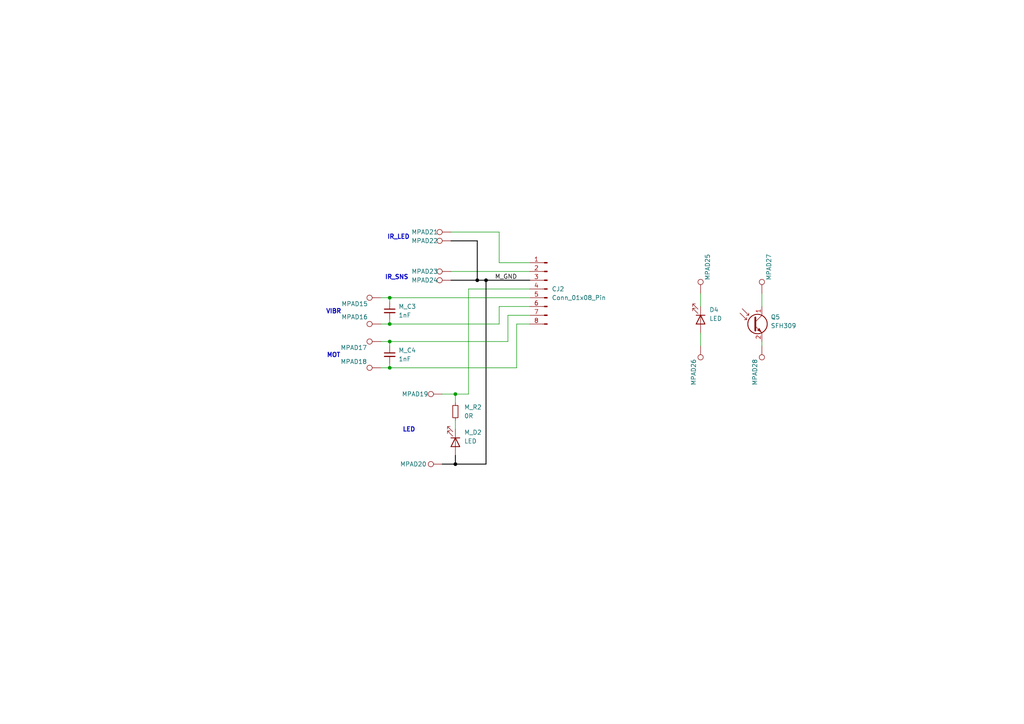
<source format=kicad_sch>
(kicad_sch (version 20231120) (generator "eeschema") (generator_version "8.0")
  (paper "A4")
  (title_block (title "Pill Dispenser") (date "21/07/2025") (rev "0.1") (company "Pawel Toborek"))
  (lib_symbols
    (symbol "Connector:Conn_01x08_Pin" (pin_names (offset 1.016) hide)
      (property "Reference" "J" (at 0 10.16 0))
      (property "Value" "Conn_01x08_Pin" (at 0 -12.7 0))
      (symbol "Conn_01x08_Pin_1_1"
        (polyline (pts (xy 1.27 -10.16) (xy 0.8636 -10.16)) (stroke (width 0.1524)))
        (polyline (pts (xy 1.27 -7.62) (xy 0.8636 -7.62)) (stroke (width 0.1524)))
        (polyline (pts (xy 1.27 -5.08) (xy 0.8636 -5.08)) (stroke (width 0.1524)))
        (polyline (pts (xy 1.27 -2.54) (xy 0.8636 -2.54)) (stroke (width 0.1524)))
        (polyline (pts (xy 1.27 0) (xy 0.8636 0)) (stroke (width 0.1524)))
        (polyline (pts (xy 1.27 2.54) (xy 0.8636 2.54)) (stroke (width 0.1524)))
        (polyline (pts (xy 1.27 5.08) (xy 0.8636 5.08)) (stroke (width 0.1524)))
        (polyline (pts (xy 1.27 7.62) (xy 0.8636 7.62)) (stroke (width 0.1524)))
        (rectangle (start 0.8636 -10.033) (end 0 -10.287) (stroke (width 0.1524)) (fill (type outline)))
        (rectangle (start 0.8636 -7.493) (end 0 -7.747) (stroke (width 0.1524)) (fill (type outline)))
        (rectangle (start 0.8636 -4.953) (end 0 -5.207) (stroke (width 0.1524)) (fill (type outline)))
        (rectangle (start 0.8636 -2.413) (end 0 -2.667) (stroke (width 0.1524)) (fill (type outline)))
        (rectangle (start 0.8636 0.127) (end 0 -0.127) (stroke (width 0.1524)) (fill (type outline)))
        (rectangle (start 0.8636 2.667) (end 0 2.413) (stroke (width 0.1524)) (fill (type outline)))
        (rectangle (start 0.8636 5.207) (end 0 4.953) (stroke (width 0.1524)) (fill (type outline)))
        (rectangle (start 0.8636 7.747) (end 0 7.493) (stroke (width 0.1524)) (fill (type outline)))
        (pin passive line (at 5.08 7.62 180) (length 3.81) (name "Pin_1") (number "1"))
        (pin passive line (at 5.08 5.08 180) (length 3.81) (name "Pin_2") (number "2"))
        (pin passive line (at 5.08 2.54 180) (length 3.81) (name "Pin_3") (number "3"))
        (pin passive line (at 5.08 0 180) (length 3.81) (name "Pin_4") (number "4"))
        (pin passive line (at 5.08 -2.54 180) (length 3.81) (name "Pin_5") (number "5"))
        (pin passive line (at 5.08 -5.08 180) (length 3.81) (name "Pin_6") (number "6"))
        (pin passive line (at 5.08 -7.62 180) (length 3.81) (name "Pin_7") (number "7"))
        (pin passive line (at 5.08 -10.16 180) (length 3.81) (name "Pin_8") (number "8"))
      )
    )
    (symbol "Connector:TestPoint" (pin_numbers hide) (pin_names (offset 0.762) hide)
      (property "Reference" "TP" (at 0 6.858 0))
      (property "Value" "TestPoint" (at 0 5.08 0))
      (symbol "TestPoint_0_1"
        (circle (center 0 3.302) (radius 0.762))
      )
      (symbol "TestPoint_1_1"
        (pin passive line (at 0 0 90) (length 2.54) (name "1") (number "1"))
      )
    )
    (symbol "Device:C_Small" (pin_numbers hide) (pin_names (offset 0.254) hide)
      (property "Reference" "C" (at 0.254 1.778 0))
      (property "Value" "C_Small" (at 0.254 -2.032 0))
      (symbol "C_Small_0_1"
        (polyline (pts (xy -1.524 -0.508) (xy 1.524 -0.508)) (stroke (width 0.3302)))
        (polyline (pts (xy -1.524 0.508) (xy 1.524 0.508)) (stroke (width 0.3048)))
      )
      (symbol "C_Small_1_1"
        (pin passive line (at 0 2.54 270) (length 2.032) (name "~") (number "1"))
        (pin passive line (at 0 -2.54 90) (length 2.032) (name "~") (number "2"))
      )
    )
    (symbol "Device:LED" (pin_numbers hide) (pin_names (offset 1.016) hide)
      (property "Reference" "D" (at 0 2.54 0))
      (property "Value" "LED" (at 0 -2.54 0))
      (symbol "LED_0_1"
        (polyline (pts (xy -1.27 -1.27) (xy -1.27 1.27)) (stroke (width 0.254)))
        (polyline (pts (xy -1.27 0) (xy 1.27 0)))
        (polyline (pts (xy 1.27 -1.27) (xy 1.27 1.27) (xy -1.27 0) (xy 1.27 -1.27)) (stroke (width 0.254)))
        (polyline (pts (xy -3.048 -0.762) (xy -4.572 -2.286) (xy -3.81 -2.286) (xy -4.572 -2.286) (xy -4.572 -1.524)))
        (polyline (pts (xy -1.778 -0.762) (xy -3.302 -2.286) (xy -2.54 -2.286) (xy -3.302 -2.286) (xy -3.302 -1.524)))
      )
      (symbol "LED_1_1"
        (pin passive line (at -3.81 0 0) (length 2.54) (name "K") (number "1"))
        (pin passive line (at 3.81 0 180) (length 2.54) (name "A") (number "2"))
      )
    )
    (symbol "Device:R_Small" (pin_numbers hide) (pin_names (offset 0.254) hide)
      (property "Reference" "R" (at 0.762 0.508 0))
      (property "Value" "R_Small" (at 0.762 -1.016 0))
      (symbol "R_Small_0_1"
        (rectangle (start -0.762 1.778) (end 0.762 -1.778) (stroke (width 0.2032)))
      )
      (symbol "R_Small_1_1"
        (pin passive line (at 0 2.54 270) (length 0.762) (name "~") (number "1"))
        (pin passive line (at 0 -2.54 90) (length 0.762) (name "~") (number "2"))
      )
    )
    (symbol "Sensor_Optical:SFH309" (pin_names (offset 0) hide)
      (property "Reference" "Q" (at 5.08 1.27 0))
      (property "Value" "SFH309" (at 5.08 -1.27 0))
      (symbol "SFH309_0_1"
        (polyline (pts (xy -1.905 1.27) (xy -2.54 1.27)))
        (polyline (pts (xy -1.27 2.54) (xy -1.905 2.54)))
        (polyline (pts (xy 0.635 0.635) (xy 2.54 2.54)))
        (polyline (pts (xy -3.81 3.175) (xy -1.905 1.27) (xy -1.905 1.905)))
        (polyline (pts (xy -3.175 4.445) (xy -1.27 2.54) (xy -1.27 3.175)))
        (polyline (pts (xy 0.635 -0.635) (xy 2.54 -2.54) (xy 2.54 -2.54)))
        (polyline (pts (xy 0.635 1.905) (xy 0.635 -1.905) (xy 0.635 -1.905)) (stroke (width 0.508)))
        (polyline (pts (xy 1.27 -1.778) (xy 1.778 -1.27) (xy 2.286 -2.286) (xy 1.27 -1.778) (xy 1.27 -1.778)) (fill (type outline)))
        (circle (center 1.27 0) (radius 2.8194) (stroke (width 0.254)))
      )
      (symbol "SFH309_1_1"
        (pin passive line (at 2.54 5.08 270) (length 2.54) (name "C") (number "1"))
        (pin passive line (at 2.54 -5.08 90) (length 2.54) (name "E") (number "2"))
      )
    )
    (symbol "TestPoint_1" (pin_numbers hide) (pin_names (offset 0.762) hide)
      (property "Reference" "TP" (at 0 6.858 0))
      (property "Value" "TestPoint" (at 0 5.08 0))
      (symbol "TestPoint_1_0_1"
        (circle (center 0 3.302) (radius 0.762))
      )
      (symbol "TestPoint_1_1_1"
        (pin passive line (at 0 0 90) (length 2.54) (name "1") (number "1"))
      )
    )
  )
  (junction (at 138.43 81.28) (color 0 0 0 1))
  (junction (at 113.03 106.68))
  (junction (at 140.97 81.28) (color 0 0 0 1))
  (junction (at 113.03 86.36))
  (junction (at 113.03 99.06))
  (junction (at 113.03 93.98))
  (junction (at 132.08 114.3))
  (junction (at 132.08 134.62) (color 0 0 0 1))
  (wire (pts (xy 132.08 121.92) (xy 132.08 124.46)))
  (wire (pts (xy 110.49 86.36) (xy 113.03 86.36)))
  (wire (pts (xy 135.89 83.82) (xy 135.89 114.3)))
  (wire (pts (xy 113.03 106.68) (xy 113.03 105.41)))
  (wire (pts (xy 153.67 81.28) (xy 140.97 81.28)) (stroke (width 0.254) (color 0 0 0 1)))
  (wire (pts (xy 132.08 114.3) (xy 128.27 114.3)))
  (wire (pts (xy 113.03 86.36) (xy 153.67 86.36)))
  (wire (pts (xy 130.81 81.28) (xy 138.43 81.28)) (stroke (width 0.254) (color 0 0 0 1)))
  (wire (pts (xy 144.78 67.31) (xy 130.81 67.31)))
  (wire (pts (xy 113.03 99.06) (xy 147.32 99.06)))
  (wire (pts (xy 110.49 99.06) (xy 113.03 99.06)))
  (wire (pts (xy 147.32 91.44) (xy 153.67 91.44)))
  (wire (pts (xy 135.89 114.3) (xy 132.08 114.3)))
  (wire (pts (xy 113.03 106.68) (xy 149.86 106.68)))
  (wire (pts (xy 128.27 134.62) (xy 132.08 134.62)) (stroke (width 0.254) (color 0 0 0 1)))
  (wire (pts (xy 113.03 99.06) (xy 113.03 100.33)))
  (wire (pts (xy 130.81 78.74) (xy 153.67 78.74)))
  (wire (pts (xy 144.78 76.2) (xy 144.78 67.31)))
  (wire (pts (xy 149.86 93.98) (xy 149.86 106.68)))
  (wire (pts (xy 138.43 81.28) (xy 140.97 81.28)) (stroke (width 0.254) (color 0 0 0 1)))
  (wire (pts (xy 138.43 69.85) (xy 138.43 81.28)) (stroke (width 0.254) (color 0 0 0 1)))
  (wire (pts (xy 132.08 134.62) (xy 132.08 132.08)) (stroke (width 0.254) (color 0 0 0 1)))
  (wire (pts (xy 203.2 85.09) (xy 203.2 88.9)))
  (wire (pts (xy 140.97 134.62) (xy 140.97 81.28)) (stroke (width 0.254) (color 0 0 0 1)))
  (wire (pts (xy 144.78 88.9) (xy 144.78 93.98)))
  (wire (pts (xy 147.32 99.06) (xy 147.32 91.44)))
  (wire (pts (xy 113.03 93.98) (xy 113.03 92.71)))
  (wire (pts (xy 220.98 85.09) (xy 220.98 88.9)))
  (wire (pts (xy 110.49 106.68) (xy 113.03 106.68)))
  (wire (pts (xy 132.08 114.3) (xy 132.08 116.84)))
  (wire (pts (xy 220.98 100.33) (xy 220.98 99.06)))
  (wire (pts (xy 113.03 93.98) (xy 144.78 93.98)))
  (wire (pts (xy 153.67 76.2) (xy 144.78 76.2)))
  (wire (pts (xy 153.67 83.82) (xy 135.89 83.82)))
  (wire (pts (xy 203.2 100.33) (xy 203.2 96.52)))
  (wire (pts (xy 138.43 69.85) (xy 130.81 69.85)) (stroke (width 0.254) (color 0 0 0 1)))
  (wire (pts (xy 110.49 93.98) (xy 113.03 93.98)))
  (wire (pts (xy 149.86 93.98) (xy 153.67 93.98)))
  (wire (pts (xy 153.67 88.9) (xy 144.78 88.9)))
  (wire (pts (xy 113.03 86.36) (xy 113.03 87.63)))
  (wire (pts (xy 132.08 134.62) (xy 140.97 134.62)) (stroke (width 0.254) (color 0 0 0 1)))
  (text "IR_SNS" (at 115.062 80.518 0) (effects (font (size 1.27 1.27) (thickness 0.254) (bold yes))))
  (text "IR_LED" (at 115.57 68.834 0) (effects (font (size 1.27 1.27) (thickness 0.254) (bold yes))))
  (text "VIBR" (at 96.774 90.424 0) (effects (font (size 1.27 1.27) (thickness 0.254) (bold yes))))
  (text "LED" (at 118.618 124.714 0) (effects (font (size 1.27 1.27) (thickness 0.254) (bold yes))))
  (text "MOT" (at 96.774 103.124 0) (effects (font (size 1.27 1.27) (thickness 0.254) (bold yes))))
  (label "M_GND" (at 143.51 81.28 0))
  (symbol (lib_id "Connector:TestPoint") (at 130.81 78.74 90) (unit 1)
    (property "Reference" "MPAD23" (at 123.19 78.74 90))
    (property "Value" "TestPoint" (effects (hide yes)))
    (property "Footprint" "MyLib:TestPoint_Pad_D1.5mm_3D_Model" (effects (hide yes)))
    (property "Description" "test point" (effects (hide yes)))
    (instances (project "PillDispenser" (path "" (reference "MPAD23") (unit 1)) (path "" (reference "MPAD51") (unit 1)) (path "" (reference "MPAD37") (unit 1)) (path "" (reference "MPAD9") (unit 1))))
  )
  (symbol (lib_id "Device:LED") (at 132.08 128.27 270) (unit 1)
    (property "Reference" "M_D2" (at 134.62 125.4124 90) (effects (justify left)))
    (property "Value" "LED" (at 134.62 127.9524 90) (effects (justify left)))
    (property "Footprint" "LED_SMD:LED_0805_2012Metric_Pad1.15x1.40mm_HandSolder" (effects (hide yes)))
    (property "Description" "Light emitting diode" (effects (hide yes)))
    (instances (project "PillDispenser" (path "" (reference "M_D2") (unit 1)) (path "" (reference "M_D4") (unit 1)) (path "" (reference "M_D3") (unit 1)) (path "" (reference "M_D1") (unit 1))))
  )
  (symbol (lib_id "Connector:TestPoint") (at 128.27 114.3 90) (unit 1)
    (property "Reference" "MPAD19" (at 120.396 114.3 90))
    (property "Value" "TestPoint" (effects (hide yes)))
    (property "Footprint" "MyLib:TestPoint_Pad_D1.5mm_3D_Model" (effects (hide yes)))
    (property "Description" "test point" (effects (hide yes)))
    (instances (project "PillDispenser" (path "" (reference "MPAD19") (unit 1)) (path "" (reference "MPAD47") (unit 1)) (path "" (reference "MPAD33") (unit 1)) (path "" (reference "MPAD5") (unit 1))))
  )
  (symbol (lib_id "Device:R_Small") (at 132.08 119.38 0) (unit 1)
    (property "Reference" "M_R2" (at 134.62 118.1099 0) (effects (justify left)))
    (property "Value" "0R" (at 134.62 120.6499 0) (effects (justify left)))
    (property "Footprint" "Resistor_SMD:R_0603_1608Metric_Pad0.98x0.95mm_HandSolder" (effects (hide yes)))
    (property "Description" "Resistor, small symbol" (effects (hide yes)))
    (instances (project "PillDispenser" (path "" (reference "M_R2") (unit 1)) (path "" (reference "M_R4") (unit 1)) (path "" (reference "M_R3") (unit 1)) (path "" (reference "M_R1") (unit 1))))
  )
  (symbol (lib_name "TestPoint_1") (lib_id "Connector:TestPoint") (at 110.49 86.36 90) (unit 1)
    (property "Reference" "MPAD15" (at 102.87 88.138 90))
    (property "Value" "TestPoint" (effects (hide yes)))
    (property "Footprint" "MyLib:TestPoint_Pad_D1.5mm_3D_Model" (effects (hide yes)))
    (property "Description" "test point" (effects (hide yes)))
    (instances (project "PillDispenser" (path "" (reference "MPAD15") (unit 1)) (path "" (reference "MPAD43") (unit 1)) (path "" (reference "MPAD29") (unit 1)) (path "" (reference "MPAD1") (unit 1))))
  )
  (symbol (lib_id "Device:C_Small") (at 113.03 102.87 0) (unit 1)
    (property "Reference" "M_C4" (at 115.57 101.6062 0) (effects (justify left)))
    (property "Value" "1nF" (at 115.57 104.1462 0) (effects (justify left)))
    (property "Footprint" "Capacitor_SMD:C_0805_2012Metric_Pad1.18x1.45mm_HandSolder" (effects (hide yes)))
    (property "Description" "Unpolarized capacitor, small symbol" (effects (hide yes)))
    (instances (project "PillDispenser" (path "" (reference "M_C4") (unit 1)) (path "" (reference "M_C8") (unit 1)) (path "" (reference "M_C6") (unit 1)) (path "" (reference "M_C2") (unit 1))))
  )
  (symbol (lib_id "Connector:TestPoint") (at 110.49 99.06 90) (unit 1)
    (property "Reference" "MPAD17" (at 102.616 100.838 90))
    (property "Value" "TestPoint" (effects (hide yes)))
    (property "Footprint" "MyLib:TestPoint_Pad_D1.5mm_3D_Model" (effects (hide yes)))
    (property "Description" "test point" (effects (hide yes)))
    (instances (project "PillDispenser" (path "" (reference "MPAD17") (unit 1)) (path "" (reference "MPAD45") (unit 1)) (path "" (reference "MPAD31") (unit 1)) (path "" (reference "MPAD3") (unit 1))))
  )
  (symbol (lib_id "Connector:TestPoint") (at 110.49 106.68 90) (unit 1)
    (property "Reference" "MPAD18" (at 102.616 104.902 90))
    (property "Value" "TestPoint" (effects (hide yes)))
    (property "Footprint" "MyLib:TestPoint_Pad_D1.5mm_3D_Model" (effects (hide yes)))
    (property "Description" "test point" (effects (hide yes)))
    (instances (project "PillDispenser" (path "" (reference "MPAD18") (unit 1)) (path "" (reference "MPAD46") (unit 1)) (path "" (reference "MPAD32") (unit 1)) (path "" (reference "MPAD4") (unit 1))))
  )
  (symbol (lib_id "Sensor_Optical:SFH309") (at 218.44 93.98 0) (unit 1)
    (property "Reference" "Q5" (at 223.52 91.9606 0) (effects (justify left)))
    (property "Value" "SFH309" (at 223.52 94.5006 0) (effects (justify left)))
    (property "Footprint" "LED_THT:LED_D3.0mm_Clear" (effects (hide yes)))
    (property "Datasheet" "http://www.osram-os.com/Graphics/XPic2/00101811_0.pdf/SFH%20309,%20SFH%20309%20FA,%20Lead%20(Pb)%20Free%20Product%20-%20RoHS%20Compliant.pdf" (effects (hide yes)))
    (property "Description" "Phototransistor NPN" (effects (hide yes)))
    (instances (project "" (path "" (reference "Q5") (unit 1)) (path "" (reference "Q7") (unit 1)) (path "" (reference "Q6") (unit 1)) (path "" (reference "Q4") (unit 1))))
  )
  (symbol (lib_id "Connector:TestPoint") (at 110.49 93.98 90) (unit 1)
    (property "Reference" "MPAD16" (at 102.87 91.948 90))
    (property "Value" "TestPoint" (effects (hide yes)))
    (property "Footprint" "MyLib:TestPoint_Pad_D1.5mm_3D_Model" (effects (hide yes)))
    (property "Description" "test point" (effects (hide yes)))
    (instances (project "PillDispenser" (path "" (reference "MPAD16") (unit 1)) (path "" (reference "MPAD44") (unit 1)) (path "" (reference "MPAD30") (unit 1)) (path "" (reference "MPAD2") (unit 1))))
  )
  (symbol (lib_id "Connector:TestPoint") (at 203.2 100.33 180) (unit 1)
    (property "Reference" "MPAD26" (at 201.168 107.95 90))
    (property "Value" "TestPoint" (effects (hide yes)))
    (property "Footprint" "MyLib:TestPoint_Pad_D1.5mm_3D_Model" (effects (hide yes)))
    (property "Description" "test point" (effects (hide yes)))
    (instances (project "PillDispenser" (path "" (reference "MPAD26") (unit 1)) (path "" (reference "MPAD54") (unit 1)) (path "" (reference "MPAD40") (unit 1)) (path "" (reference "MPAD12") (unit 1))))
  )
  (symbol (lib_id "Connector:TestPoint") (at 130.81 69.85 90) (unit 1)
    (property "Reference" "MPAD22" (at 123.19 69.85 90))
    (property "Value" "TestPoint" (effects (hide yes)))
    (property "Footprint" "MyLib:TestPoint_Pad_D1.5mm_3D_Model" (effects (hide yes)))
    (property "Description" "test point" (effects (hide yes)))
    (instances (project "PillDispenser" (path "" (reference "MPAD22") (unit 1)) (path "" (reference "MPAD50") (unit 1)) (path "" (reference "MPAD36") (unit 1)) (path "" (reference "MPAD8") (unit 1))))
  )
  (symbol (lib_id "Connector:TestPoint") (at 220.98 85.09 0) (unit 1)
    (property "Reference" "MPAD27" (at 223.012 77.47 90))
    (property "Value" "TestPoint" (effects (hide yes)))
    (property "Footprint" "MyLib:TestPoint_Pad_D1.5mm_3D_Model" (effects (hide yes)))
    (property "Description" "test point" (effects (hide yes)))
    (instances (project "PillDispenser" (path "" (reference "MPAD27") (unit 1)) (path "" (reference "MPAD55") (unit 1)) (path "" (reference "MPAD41") (unit 1)) (path "" (reference "MPAD13") (unit 1))))
  )
  (symbol (lib_id "Connector:Conn_01x08_Pin") (at 158.75 83.82 0) (mirror y) (unit 1)
    (property "Reference" "CJ2" (at 160.02 83.8199 0) (effects (justify right)))
    (property "Value" "Conn_01x08_Pin" (at 160.02 86.3599 0) (effects (justify right)))
    (property "Footprint" "Connector_PinHeader_1.27mm:PinHeader_1x08_P1.27mm_Horizontal" (effects (hide yes)))
    (property "Description" "Generic connector, single row, 01x08, script generated" (effects (hide yes)))
    (instances (project "PillDispenser" (path "" (reference "CJ2") (unit 1)) (path "" (reference "CJ4") (unit 1)) (path "" (reference "CJ3") (unit 1)) (path "" (reference "CJ1") (unit 1))))
  )
  (symbol (lib_name "TestPoint_1") (lib_id "Connector:TestPoint") (at 130.81 67.31 90) (unit 1)
    (property "Reference" "MPAD21" (at 123.19 67.31 90))
    (property "Value" "TestPoint" (effects (hide yes)))
    (property "Footprint" "MyLib:TestPoint_Pad_D1.5mm_3D_Model" (effects (hide yes)))
    (property "Description" "test point" (effects (hide yes)))
    (instances (project "PillDispenser" (path "" (reference "MPAD21") (unit 1)) (path "" (reference "MPAD49") (unit 1)) (path "" (reference "MPAD35") (unit 1)) (path "" (reference "MPAD7") (unit 1))))
  )
  (symbol (lib_id "Connector:TestPoint") (at 203.2 85.09 0) (unit 1)
    (property "Reference" "MPAD25" (at 205.232 77.47 90))
    (property "Value" "TestPoint" (effects (hide yes)))
    (property "Footprint" "MyLib:TestPoint_Pad_D1.5mm_3D_Model" (effects (hide yes)))
    (property "Description" "test point" (effects (hide yes)))
    (instances (project "PillDispenser" (path "" (reference "MPAD25") (unit 1)) (path "" (reference "MPAD53") (unit 1)) (path "" (reference "MPAD39") (unit 1)) (path "" (reference "MPAD11") (unit 1))))
  )
  (symbol (lib_id "Connector:TestPoint") (at 130.81 81.28 90) (unit 1)
    (property "Reference" "MPAD24" (at 123.19 81.28 90))
    (property "Value" "TestPoint" (effects (hide yes)))
    (property "Footprint" "MyLib:TestPoint_Pad_D1.5mm_3D_Model" (effects (hide yes)))
    (property "Description" "test point" (effects (hide yes)))
    (instances (project "PillDispenser" (path "" (reference "MPAD24") (unit 1)) (path "" (reference "MPAD52") (unit 1)) (path "" (reference "MPAD38") (unit 1)) (path "" (reference "MPAD10") (unit 1))))
  )
  (symbol (lib_id "Connector:TestPoint") (at 220.98 100.33 180) (unit 1)
    (property "Reference" "MPAD28" (at 218.948 107.95 90))
    (property "Value" "TestPoint" (effects (hide yes)))
    (property "Footprint" "MyLib:TestPoint_Pad_D1.5mm_3D_Model" (effects (hide yes)))
    (property "Description" "test point" (effects (hide yes)))
    (instances (project "PillDispenser" (path "" (reference "MPAD28") (unit 1)) (path "" (reference "MPAD56") (unit 1)) (path "" (reference "MPAD42") (unit 1)) (path "" (reference "MPAD14") (unit 1))))
  )
  (symbol (lib_id "Connector:TestPoint") (at 128.27 134.62 90) (unit 1)
    (property "Reference" "MPAD20" (at 119.888 134.62 90))
    (property "Value" "TestPoint" (effects (hide yes)))
    (property "Footprint" "MyLib:TestPoint_Pad_D1.5mm_3D_Model" (effects (hide yes)))
    (property "Description" "test point" (effects (hide yes)))
    (instances (project "PillDispenser" (path "" (reference "MPAD20") (unit 1)) (path "" (reference "MPAD48") (unit 1)) (path "" (reference "MPAD34") (unit 1)) (path "" (reference "MPAD6") (unit 1))))
  )
  (symbol (lib_id "Device:C_Small") (at 113.03 90.17 0) (unit 1)
    (property "Reference" "M_C3" (at 115.57 88.9062 0) (effects (justify left)))
    (property "Value" "1nF" (at 115.57 91.4462 0) (effects (justify left)))
    (property "Footprint" "Capacitor_SMD:C_0805_2012Metric_Pad1.18x1.45mm_HandSolder" (effects (hide yes)))
    (property "Description" "Unpolarized capacitor, small symbol" (effects (hide yes)))
    (instances (project "PillDispenser" (path "" (reference "M_C3") (unit 1)) (path "" (reference "M_C7") (unit 1)) (path "" (reference "M_C5") (unit 1)) (path "" (reference "M_C1") (unit 1))))
  )
  (symbol (lib_id "Device:LED") (at 203.2 92.71 270) (unit 1)
    (property "Reference" "D4" (at 205.74 89.8524 90) (effects (justify left)))
    (property "Value" "LED" (at 205.74 92.3924 90) (effects (justify left)))
    (property "Footprint" "LED_THT:LED_D3.0mm_Clear" (effects (hide yes)))
    (property "Description" "Light emitting diode" (effects (hide yes)))
    (instances (project "" (path "" (reference "D4") (unit 1)) (path "" (reference "D6") (unit 1)) (path "" (reference "D5") (unit 1)) (path "" (reference "D3") (unit 1))))
  )
)
</source>
